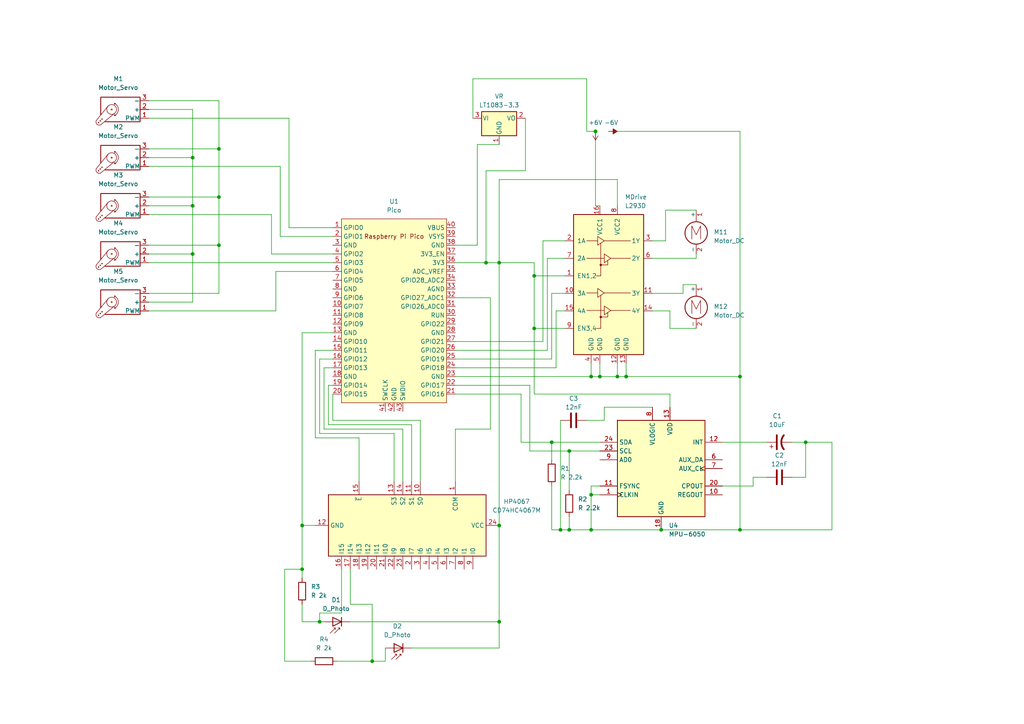
<source format=kicad_sch>
(kicad_sch (version 20230121) (generator eeschema)
  (paper "A4")
  (title_block (title "AIAB Robotics board") (company "University of Sussex") (comment 1 "By Dexter R Shepherd"))
  (lib_symbols
    (symbol "74xx:CD74HC4067M"
      (property "Reference" "U" (at -8.89 22.86 0))
      (property "Value" "CD74HC4067M" (at 1.27 22.86 0))
      (symbol "CD74HC4067M_0_1"
        (rectangle (start -8.89 21.59) (end 8.89 -24.13) (stroke (width 0.254)) (fill (type background)))
      )
      (symbol "CD74HC4067M_1_1"
        (pin passive line (at -12.7 12.7 0) (length 3.81) (name "COM") (number "1"))
        (pin input line (at -12.7 2.54 0) (length 3.81) (name "S0") (number "10"))
        (pin input line (at -12.7 0 0) (length 3.81) (name "S1") (number "11"))
        (pin power_in line (at 0 -27.94 90) (length 3.81) (name "GND") (number "12"))
        (pin input line (at -12.7 -5.08 0) (length 3.81) (name "S3") (number "13"))
        (pin input line (at -12.7 -2.54 0) (length 3.81) (name "S2") (number "14"))
        (pin input line (at -12.7 -15.24 0) (length 3.81) (name "~{E}") (number "15"))
        (pin passive line (at 12.7 -20.32 180) (length 3.81) (name "I15") (number "16"))
        (pin passive line (at 12.7 -17.78 180) (length 3.81) (name "I14") (number "17"))
        (pin passive line (at 12.7 -15.24 180) (length 3.81) (name "I13") (number "18"))
        (pin passive line (at 12.7 -12.7 180) (length 3.81) (name "I12") (number "19"))
        (pin passive line (at 12.7 0 180) (length 3.81) (name "I7") (number "2"))
        (pin passive line (at 12.7 -10.16 180) (length 3.81) (name "I11") (number "20"))
        (pin passive line (at 12.7 -7.62 180) (length 3.81) (name "I10") (number "21"))
        (pin passive line (at 12.7 -5.08 180) (length 3.81) (name "I9") (number "22"))
        (pin passive line (at 12.7 -2.54 180) (length 3.81) (name "I8") (number "23"))
        (pin power_in line (at 0 25.4 270) (length 3.81) (name "VCC") (number "24"))
        (pin passive line (at 12.7 2.54 180) (length 3.81) (name "I6") (number "3"))
        (pin passive line (at 12.7 5.08 180) (length 3.81) (name "I5") (number "4"))
        (pin passive line (at 12.7 7.62 180) (length 3.81) (name "I4") (number "5"))
        (pin passive line (at 12.7 10.16 180) (length 3.81) (name "I3") (number "6"))
        (pin passive line (at 12.7 12.7 180) (length 3.81) (name "I2") (number "7"))
        (pin passive line (at 12.7 15.24 180) (length 3.81) (name "I1") (number "8"))
        (pin passive line (at 12.7 17.78 180) (length 3.81) (name "I0") (number "9"))
      )
    )
    (symbol "Device:D_Photo" (pin_numbers hide) (pin_names hide)
      (property "Reference" "D" (at 0.508 1.778 0))
      (property "Value" "D_Photo" (at -1.016 -2.794 0))
      (symbol "D_Photo_0_1"
        (polyline (pts (xy -2.54 1.27) (xy -2.54 -1.27)) (stroke (width 0.254)))
        (polyline (pts (xy -2.032 1.778) (xy -1.524 1.778)))
        (polyline (pts (xy 0 0) (xy -2.54 0)))
        (polyline (pts (xy -0.508 3.302) (xy -2.032 1.778) (xy -2.032 2.286)))
        (polyline (pts (xy 0 -1.27) (xy 0 1.27) (xy -2.54 0) (xy 0 -1.27)) (stroke (width 0.254)))
        (polyline (pts (xy 0.762 3.302) (xy -0.762 1.778) (xy -0.762 2.286) (xy -0.762 1.778) (xy -0.254 1.778)))
      )
      (symbol "D_Photo_1_1"
        (pin passive line (at -5.08 0 0) (length 2.54) (name "K") (number "1"))
        (pin passive line (at 2.54 0 180) (length 2.54) (name "A") (number "2"))
      )
    )
    (symbol "Device:R" (pin_numbers hide) (pin_names (offset 0))
      (property "Reference" "R" (at 2.032 0 90))
      (property "Value" "R" (at 0 0 90))
      (symbol "R_0_1"
        (rectangle (start -1.016 -2.54) (end 1.016 2.54) (stroke (width 0.254)))
      )
      (symbol "R_1_1"
        (pin passive line (at 0 3.81 270) (length 1.27) (name "~") (number "1"))
        (pin passive line (at 0 -3.81 90) (length 1.27) (name "~") (number "2"))
      )
    )
    (symbol "Driver_Motor:L293D" (pin_names (offset 1.016))
      (property "Reference" "U" (at -5.08 26.035 0))
      (property "Value" "L293D" (at -5.08 24.13 0))
      (symbol "L293D_0_1"
        (rectangle (start -10.16 22.86) (end 10.16 -17.78) (stroke (width 0.254)) (fill (type background)))
        (circle (center -2.286 -6.858) (radius 0.254) (fill (type outline)))
        (circle (center -2.286 8.255) (radius 0.254) (fill (type outline)))
        (polyline (pts (xy -6.35 -4.953) (xy -1.27 -4.953)))
        (polyline (pts (xy -6.35 0.127) (xy -3.175 0.127)))
        (polyline (pts (xy -6.35 10.16) (xy -1.27 10.16)))
        (polyline (pts (xy -6.35 15.24) (xy -3.175 15.24)))
        (polyline (pts (xy -1.27 0.127) (xy 6.35 0.127)))
        (polyline (pts (xy -1.27 15.24) (xy 6.35 15.24)))
        (polyline (pts (xy 0.635 -4.953) (xy 6.35 -4.953)))
        (polyline (pts (xy 0.635 10.16) (xy 6.35 10.16)))
        (polyline (pts (xy -2.286 -6.858) (xy -0.254 -6.858) (xy -0.254 -5.588)))
        (polyline (pts (xy -2.286 -0.635) (xy -2.286 -10.16) (xy -3.556 -10.16)))
        (polyline (pts (xy -2.286 8.255) (xy -0.254 8.255) (xy -0.254 9.525)))
        (polyline (pts (xy -2.286 14.478) (xy -2.286 5.08) (xy -3.556 5.08)))
        (polyline (pts (xy -3.175 1.397) (xy -3.175 -1.143) (xy -1.27 0.127) (xy -3.175 1.397)))
        (polyline (pts (xy -3.175 16.51) (xy -3.175 13.97) (xy -1.27 15.24) (xy -3.175 16.51)))
        (polyline (pts (xy -1.27 -3.683) (xy -1.27 -6.223) (xy 0.635 -4.953) (xy -1.27 -3.683)))
        (polyline (pts (xy -1.27 11.43) (xy -1.27 8.89) (xy 0.635 10.16) (xy -1.27 11.43)))
      )
      (symbol "L293D_1_1"
        (pin input line (at -12.7 5.08 0) (length 2.54) (name "EN1,2") (number "1"))
        (pin input line (at -12.7 0 0) (length 2.54) (name "3A") (number "10"))
        (pin output line (at 12.7 0 180) (length 2.54) (name "3Y") (number "11"))
        (pin power_in line (at 2.54 -20.32 90) (length 2.54) (name "GND") (number "12"))
        (pin power_in line (at 5.08 -20.32 90) (length 2.54) (name "GND") (number "13"))
        (pin output line (at 12.7 -5.08 180) (length 2.54) (name "4Y") (number "14"))
        (pin input line (at -12.7 -5.08 0) (length 2.54) (name "4A") (number "15"))
        (pin power_in line (at -2.54 25.4 270) (length 2.54) (name "VCC1") (number "16"))
        (pin input line (at -12.7 15.24 0) (length 2.54) (name "1A") (number "2"))
        (pin output line (at 12.7 15.24 180) (length 2.54) (name "1Y") (number "3"))
        (pin power_in line (at -5.08 -20.32 90) (length 2.54) (name "GND") (number "4"))
        (pin power_in line (at -2.54 -20.32 90) (length 2.54) (name "GND") (number "5"))
        (pin output line (at 12.7 10.16 180) (length 2.54) (name "2Y") (number "6"))
        (pin input line (at -12.7 10.16 0) (length 2.54) (name "2A") (number "7"))
        (pin power_in line (at 2.54 25.4 270) (length 2.54) (name "VCC2") (number "8"))
        (pin input line (at -12.7 -10.16 0) (length 2.54) (name "EN3,4") (number "9"))
      )
    )
    (symbol "MCU_RaspberryPi_and_Boards:Pico"
      (property "Reference" "U" (at -13.97 27.94 0))
      (property "Value" "Pico" (at 0 19.05 0))
      (symbol "Pico_0_0"
        (text "Raspberry Pi Pico" (at 0 21.59 0) (effects (font (size 1.27 1.27))))
      )
      (symbol "Pico_0_1"
        (rectangle (start -15.24 26.67) (end 15.24 -26.67) (fill (type background)))
      )
      (symbol "Pico_1_1"
        (pin bidirectional line (at -17.78 24.13 0) (length 2.54) (name "GPIO0") (number "1"))
        (pin bidirectional line (at -17.78 1.27 0) (length 2.54) (name "GPIO7") (number "10"))
        (pin bidirectional line (at -17.78 -1.27 0) (length 2.54) (name "GPIO8") (number "11"))
        (pin bidirectional line (at -17.78 -3.81 0) (length 2.54) (name "GPIO9") (number "12"))
        (pin power_in line (at -17.78 -6.35 0) (length 2.54) (name "GND") (number "13"))
        (pin bidirectional line (at -17.78 -8.89 0) (length 2.54) (name "GPIO10") (number "14"))
        (pin bidirectional line (at -17.78 -11.43 0) (length 2.54) (name "GPIO11") (number "15"))
        (pin bidirectional line (at -17.78 -13.97 0) (length 2.54) (name "GPIO12") (number "16"))
        (pin bidirectional line (at -17.78 -16.51 0) (length 2.54) (name "GPIO13") (number "17"))
        (pin power_in line (at -17.78 -19.05 0) (length 2.54) (name "GND") (number "18"))
        (pin bidirectional line (at -17.78 -21.59 0) (length 2.54) (name "GPIO14") (number "19"))
        (pin bidirectional line (at -17.78 21.59 0) (length 2.54) (name "GPIO1") (number "2"))
        (pin bidirectional line (at -17.78 -24.13 0) (length 2.54) (name "GPIO15") (number "20"))
        (pin bidirectional line (at 17.78 -24.13 180) (length 2.54) (name "GPIO16") (number "21"))
        (pin bidirectional line (at 17.78 -21.59 180) (length 2.54) (name "GPIO17") (number "22"))
        (pin power_in line (at 17.78 -19.05 180) (length 2.54) (name "GND") (number "23"))
        (pin bidirectional line (at 17.78 -16.51 180) (length 2.54) (name "GPIO18") (number "24"))
        (pin bidirectional line (at 17.78 -13.97 180) (length 2.54) (name "GPIO19") (number "25"))
        (pin bidirectional line (at 17.78 -11.43 180) (length 2.54) (name "GPIO20") (number "26"))
        (pin bidirectional line (at 17.78 -8.89 180) (length 2.54) (name "GPIO21") (number "27"))
        (pin power_in line (at 17.78 -6.35 180) (length 2.54) (name "GND") (number "28"))
        (pin bidirectional line (at 17.78 -3.81 180) (length 2.54) (name "GPIO22") (number "29"))
        (pin power_in line (at -17.78 19.05 0) (length 2.54) (name "GND") (number "3"))
        (pin input line (at 17.78 -1.27 180) (length 2.54) (name "RUN") (number "30"))
        (pin bidirectional line (at 17.78 1.27 180) (length 2.54) (name "GPIO26_ADC0") (number "31"))
        (pin bidirectional line (at 17.78 3.81 180) (length 2.54) (name "GPIO27_ADC1") (number "32"))
        (pin power_in line (at 17.78 6.35 180) (length 2.54) (name "AGND") (number "33"))
        (pin bidirectional line (at 17.78 8.89 180) (length 2.54) (name "GPIO28_ADC2") (number "34"))
        (pin power_in line (at 17.78 11.43 180) (length 2.54) (name "ADC_VREF") (number "35"))
        (pin power_in line (at 17.78 13.97 180) (length 2.54) (name "3V3") (number "36"))
        (pin input line (at 17.78 16.51 180) (length 2.54) (name "3V3_EN") (number "37"))
        (pin bidirectional line (at 17.78 19.05 180) (length 2.54) (name "GND") (number "38"))
        (pin power_in line (at 17.78 21.59 180) (length 2.54) (name "VSYS") (number "39"))
        (pin bidirectional line (at -17.78 16.51 0) (length 2.54) (name "GPIO2") (number "4"))
        (pin power_in line (at 17.78 24.13 180) (length 2.54) (name "VBUS") (number "40"))
        (pin input line (at -2.54 -29.21 90) (length 2.54) (name "SWCLK") (number "41"))
        (pin power_in line (at 0 -29.21 90) (length 2.54) (name "GND") (number "42"))
        (pin bidirectional line (at 2.54 -29.21 90) (length 2.54) (name "SWDIO") (number "43"))
        (pin bidirectional line (at -17.78 13.97 0) (length 2.54) (name "GPIO3") (number "5"))
        (pin bidirectional line (at -17.78 11.43 0) (length 2.54) (name "GPIO4") (number "6"))
        (pin bidirectional line (at -17.78 8.89 0) (length 2.54) (name "GPIO5") (number "7"))
        (pin power_in line (at -17.78 6.35 0) (length 2.54) (name "GND") (number "8"))
        (pin bidirectional line (at -17.78 3.81 0) (length 2.54) (name "GPIO6") (number "9"))
      )
    )
    (symbol "Motor:Motor_DC" (pin_names (offset 0))
      (property "Reference" "M" (at 2.54 2.54 0))
      (property "Value" "Motor_DC" (at 2.54 -5.08 0))
      (symbol "Motor_DC_0_0"
        (polyline (pts (xy -1.27 -3.302) (xy -1.27 0.508) (xy 0 -2.032) (xy 1.27 0.508) (xy 1.27 -3.302)))
      )
      (symbol "Motor_DC_0_1"
        (circle (center 0 -1.524) (radius 3.2512) (stroke (width 0.254)))
        (polyline (pts (xy 0 -7.62) (xy 0 -7.112)))
        (polyline (pts (xy 0 -4.7752) (xy 0 -5.1816)))
        (polyline (pts (xy 0 1.7272) (xy 0 2.0828)))
        (polyline (pts (xy 0 2.032) (xy 0 2.54)))
      )
      (symbol "Motor_DC_1_1"
        (pin passive line (at 0 5.08 270) (length 2.54) (name "+") (number "1"))
        (pin passive line (at 0 -7.62 90) (length 2.54) (name "-") (number "2"))
      )
    )
    (symbol "Motor:Motor_Servo" (pin_names (offset 0.0254))
      (property "Reference" "M" (at -5.08 4.445 0))
      (property "Value" "Motor_Servo" (at -5.08 -4.064 0))
      (symbol "Motor_Servo_0_1"
        (polyline (pts (xy 2.413 -1.778) (xy 2.032 -1.778)))
        (polyline (pts (xy 2.413 -1.778) (xy 2.286 -1.397)))
        (polyline (pts (xy 2.413 1.778) (xy 1.905 1.778)))
        (polyline (pts (xy 2.413 1.778) (xy 2.286 1.397)))
        (polyline (pts (xy 6.35 4.445) (xy 2.54 1.27)))
        (polyline (pts (xy 7.62 3.175) (xy 4.191 -1.016)))
        (polyline (pts (xy 5.08 3.556) (xy -5.08 3.556) (xy -5.08 -3.556) (xy 6.35 -3.556) (xy 6.35 1.524)) (stroke (width 0.254)))
        (arc (start 2.413 1.778) (mid 1.2406 0) (end 2.413 -1.778))
        (circle (center 3.175 0) (radius 0.1778))
        (circle (center 3.175 0) (radius 1.4224))
        (circle (center 5.969 2.794) (radius 0.127))
        (circle (center 6.477 3.302) (radius 0.127))
        (circle (center 6.985 3.81) (radius 0.127))
        (arc (start 7.62 3.175) (mid 7.4485 4.2735) (end 6.35 4.445))
      )
      (symbol "Motor_Servo_1_1"
        (pin passive line (at -7.62 2.54 0) (length 2.54) (name "PWM") (number "1"))
        (pin passive line (at -7.62 0 0) (length 2.54) (name "+") (number "2"))
        (pin passive line (at -7.62 -2.54 0) (length 2.54) (name "-") (number "3"))
      )
    )
    (symbol "PCM_Capacitor_AKL:C_1806" (pin_numbers hide) (pin_names (offset 0.254))
      (property "Reference" "C" (at 0.635 2.54 0))
      (property "Value" "C_1806" (at 0.635 -2.54 0))
      (symbol "C_1806_0_1"
        (polyline (pts (xy -2.032 -0.762) (xy 2.032 -0.762)) (stroke (width 0.508)))
        (polyline (pts (xy -2.032 0.762) (xy 2.032 0.762)) (stroke (width 0.508)))
      )
      (symbol "C_1806_1_1"
        (pin passive line (at 0 3.81 270) (length 2.794) (name "~") (number "1"))
        (pin passive line (at 0 -3.81 90) (length 2.794) (name "~") (number "2"))
      )
    )
    (symbol "PCM_Capacitor_US_AKL:CP_Axial_L11.0mm_D8.0mm_P15.00mm" (pin_numbers hide) (pin_names (offset 0.254))
      (property "Reference" "C" (at 0.635 2.54 0))
      (property "Value" "CP_Axial_L11.0mm_D8.0mm_P15.00mm" (at 0.635 -2.54 0))
      (symbol "CP_Axial_L11.0mm_D8.0mm_P15.00mm_0_1"
        (polyline (pts (xy -2.032 0.762) (xy 2.032 0.762)) (stroke (width 0.508)))
        (polyline (pts (xy -1.778 2.286) (xy -0.762 2.286)))
        (polyline (pts (xy -1.27 1.778) (xy -1.27 2.794)))
        (arc (start 2.032 -1.27) (mid 0 -0.5572) (end -2.032 -1.27) (stroke (width 0.508)))
      )
      (symbol "CP_Axial_L11.0mm_D8.0mm_P15.00mm_1_1"
        (pin passive line (at 0 3.81 270) (length 2.794) (name "~") (number "1"))
        (pin passive line (at 0 -3.81 90) (length 3.302) (name "~") (number "2"))
      )
    )
    (symbol "Regulator_Linear:LT1083-3.3" (pin_names (offset 0.254))
      (property "Reference" "U" (at -3.81 3.175 0))
      (property "Value" "LT1083-3.3" (at 0 3.175 0))
      (symbol "LT1083-3.3_0_1"
        (rectangle (start -5.08 1.905) (end 5.08 -5.08) (stroke (width 0.254)) (fill (type background)))
      )
      (symbol "LT1083-3.3_1_1"
        (pin power_in line (at 0 -7.62 90) (length 2.54) (name "GND") (number "1"))
        (pin power_out line (at 7.62 0 180) (length 2.54) (name "VO") (number "2"))
        (pin power_in line (at -7.62 0 0) (length 2.54) (name "VI") (number "3"))
      )
    )
    (symbol "Sensor_Motion:MPU-6050"
      (property "Reference" "U" (at -11.43 13.97 0))
      (property "Value" "MPU-6050" (at 7.62 -15.24 0))
      (symbol "MPU-6050_0_0"
        (text "" (at 12.7 -2.54 0) (effects (font (size 1.27 1.27))))
      )
      (symbol "MPU-6050_0_1"
        (rectangle (start -12.7 13.97) (end 12.7 -13.97) (stroke (width 0.254)) (fill (type background)))
      )
      (symbol "MPU-6050_1_1"
        (pin input clock (at -17.78 -7.62 0) (length 5.08) (name "CLKIN") (number "1"))
        (pin passive line (at 17.78 -7.62 180) (length 5.08) (name "REGOUT") (number "10"))
        (pin input line (at -17.78 -5.08 0) (length 5.08) (name "FSYNC") (number "11"))
        (pin output line (at 17.78 7.62 180) (length 5.08) (name "INT") (number "12"))
        (pin power_in line (at 2.54 17.78 270) (length 3.81) (name "VDD") (number "13"))
        (pin no_connect line (at -12.7 -10.16 0) (length 2.54) hide (name "NC") (number "14"))
        (pin no_connect line (at 12.7 12.7 180) (length 2.54) hide (name "NC") (number "15"))
        (pin no_connect line (at 12.7 10.16 180) (length 2.54) hide (name "NC") (number "16"))
        (pin no_connect line (at 12.7 5.08 180) (length 2.54) hide (name "NC") (number "17"))
        (pin power_in line (at 0 -17.78 90) (length 3.81) (name "GND") (number "18"))
        (pin no_connect line (at 12.7 -10.16 180) (length 2.54) hide (name "RESV") (number "19"))
        (pin no_connect line (at -12.7 12.7 0) (length 2.54) hide (name "NC") (number "2"))
        (pin passive line (at 17.78 -5.08 180) (length 5.08) (name "CPOUT") (number "20"))
        (pin no_connect line (at 12.7 -2.54 180) (length 2.54) hide (name "RESV") (number "21"))
        (pin no_connect line (at 12.7 -12.7 180) (length 2.54) hide (name "RESV") (number "22"))
        (pin input line (at -17.78 5.08 0) (length 5.08) (name "SCL") (number "23"))
        (pin bidirectional line (at -17.78 7.62 0) (length 5.08) (name "SDA") (number "24"))
        (pin no_connect line (at -12.7 10.16 0) (length 2.54) hide (name "NC") (number "3"))
        (pin no_connect line (at -12.7 0 0) (length 2.54) hide (name "NC") (number "4"))
        (pin no_connect line (at -12.7 -2.54 0) (length 2.54) hide (name "NC") (number "5"))
        (pin bidirectional line (at 17.78 2.54 180) (length 5.08) (name "AUX_DA") (number "6"))
        (pin output clock (at 17.78 0 180) (length 5.08) (name "AUX_CL") (number "7"))
        (pin power_in line (at -2.54 17.78 270) (length 3.81) (name "VLOGIC") (number "8"))
        (pin input line (at -17.78 2.54 0) (length 5.08) (name "AD0") (number "9"))
      )
    )
    (symbol "power:+6V" (power) (pin_names (offset 0))
      (property "Value" "+6V" (at 0 3.556 0))
      (symbol "+6V_0_1"
        (polyline (pts (xy -0.762 1.27) (xy 0 2.54)))
        (polyline (pts (xy 0 0) (xy 0 2.54)))
        (polyline (pts (xy 0 2.54) (xy 0.762 1.27)))
      )
      (symbol "+6V_1_1"
        (pin power_in line (at 0 0 90) (length 0) hide (name "+6V") (number "1"))
      )
    )
    (symbol "power:-6V" (power) (pin_names (offset 0))
      (property "Value" "-6V" (at 0 3.81 0))
      (symbol "-6V_0_0"
        (pin power_in line (at 0 0 90) (length 0) hide (name "-6V") (number "1"))
      )
      (symbol "-6V_0_1"
        (polyline (pts (xy 0 0) (xy 0 1.27) (xy 0.762 1.27) (xy 0 2.54) (xy -0.762 1.27) (xy 0 1.27)) (fill (type outline)))
      )
    )
  )
  (junction (at 87.63 152.4))
  (junction (at 107.95 191.77))
  (junction (at 181.61 109.22))
  (junction (at 179.07 109.22))
  (junction (at 171.45 153.67))
  (junction (at 172.72 38.1))
  (junction (at 233.68 128.27))
  (junction (at 140.97 76.2))
  (junction (at 214.63 109.22))
  (junction (at 144.78 180.34))
  (junction (at 154.94 80.01))
  (junction (at 63.5 43.18))
  (junction (at 171.45 109.22))
  (junction (at 214.63 153.67))
  (junction (at 55.88 59.69))
  (junction (at 87.63 165.1))
  (junction (at 160.02 128.27))
  (junction (at 55.88 73.66))
  (junction (at 162.56 153.67))
  (junction (at 165.1 153.67))
  (junction (at 144.78 76.2))
  (junction (at 92.71 180.34))
  (junction (at 173.99 109.22))
  (junction (at 63.5 71.12))
  (junction (at 165.1 130.81))
  (junction (at 171.45 143.51))
  (junction (at 154.94 95.25))
  (junction (at 191.77 153.67))
  (junction (at 144.78 152.4))
  (junction (at 63.5 57.15))
  (junction (at 55.88 45.72))
  (wire (pts (xy 144.78 187.96) (xy 144.78 180.34)))
  (wire (pts (xy 55.88 31.75) (xy 55.88 45.72)))
  (wire (pts (xy 153.67 130.81) (xy 153.67 111.76)))
  (wire (pts (xy 63.5 57.15) (xy 63.5 43.18)))
  (wire (pts (xy 163.83 80.01) (xy 154.94 80.01)))
  (wire (pts (xy 80.01 78.74) (xy 80.01 90.17)))
  (wire (pts (xy 87.63 175.26) (xy 87.63 180.34)))
  (wire (pts (xy 194.31 114.3) (xy 154.94 114.3)))
  (wire (pts (xy 132.08 101.6) (xy 158.75 101.6)))
  (wire (pts (xy 171.45 143.51) (xy 173.99 143.51)))
  (wire (pts (xy 90.17 191.77) (xy 82.55 191.77)))
  (wire (pts (xy 229.87 128.27) (xy 233.68 128.27)))
  (wire (pts (xy 152.4 49.53) (xy 140.97 49.53)))
  (wire (pts (xy 83.82 34.29) (xy 83.82 66.04)))
  (wire (pts (xy 121.92 121.92) (xy 96.52 121.92)))
  (wire (pts (xy 154.94 80.01) (xy 154.94 95.25)))
  (wire (pts (xy 63.5 29.21) (xy 63.5 43.18)))
  (wire (pts (xy 173.99 140.97) (xy 171.45 140.97)))
  (wire (pts (xy 160.02 128.27) (xy 160.02 133.35)))
  (wire (pts (xy 82.55 191.77) (xy 82.55 165.1)))
  (wire (pts (xy 214.63 38.1) (xy 214.63 109.22)))
  (wire (pts (xy 63.5 85.09) (xy 63.5 71.12)))
  (wire (pts (xy 170.18 121.92) (xy 175.26 121.92)))
  (wire (pts (xy 138.43 71.12) (xy 132.08 71.12)))
  (wire (pts (xy 229.87 138.43) (xy 233.68 138.43)))
  (wire (pts (xy 175.26 121.92) (xy 175.26 118.11)))
  (wire (pts (xy 171.45 105.41) (xy 171.45 109.22)))
  (wire (pts (xy 218.44 140.97) (xy 209.55 140.97)))
  (wire (pts (xy 162.56 121.92) (xy 162.56 153.67)))
  (wire (pts (xy 137.16 34.29) (xy 137.16 22.86)))
  (wire (pts (xy 132.08 114.3) (xy 151.13 114.3)))
  (wire (pts (xy 173.99 109.22) (xy 173.99 105.41)))
  (wire (pts (xy 170.18 38.1) (xy 172.72 38.1)))
  (wire (pts (xy 171.45 140.97) (xy 171.45 143.51)))
  (wire (pts (xy 87.63 152.4) (xy 87.63 165.1)))
  (wire (pts (xy 201.93 74.93) (xy 201.93 73.66)))
  (wire (pts (xy 95.25 111.76) (xy 96.52 111.76)))
  (wire (pts (xy 172.72 38.1) (xy 172.72 59.69)))
  (wire (pts (xy 214.63 109.22) (xy 214.63 153.67)))
  (wire (pts (xy 142.24 86.36) (xy 132.08 86.36)))
  (wire (pts (xy 114.3 139.7) (xy 114.3 125.73)))
  (wire (pts (xy 95.25 123.19) (xy 95.25 111.76)))
  (wire (pts (xy 63.5 43.18) (xy 43.18 43.18)))
  (wire (pts (xy 99.06 165.1) (xy 99.06 177.8)))
  (wire (pts (xy 43.18 76.2) (xy 96.52 76.2)))
  (wire (pts (xy 194.31 118.11) (xy 194.31 114.3)))
  (wire (pts (xy 101.6 165.1) (xy 101.6 175.26)))
  (wire (pts (xy 43.18 45.72) (xy 55.88 45.72)))
  (wire (pts (xy 81.28 68.58) (xy 81.28 48.26)))
  (wire (pts (xy 140.97 49.53) (xy 140.97 76.2)))
  (wire (pts (xy 97.79 191.77) (xy 107.95 191.77)))
  (wire (pts (xy 241.3 128.27) (xy 241.3 153.67)))
  (wire (pts (xy 80.01 90.17) (xy 43.18 90.17)))
  (wire (pts (xy 198.12 85.09) (xy 198.12 82.55)))
  (wire (pts (xy 137.16 22.86) (xy 170.18 22.86)))
  (wire (pts (xy 116.84 124.46) (xy 93.98 124.46)))
  (wire (pts (xy 132.08 76.2) (xy 140.97 76.2)))
  (wire (pts (xy 165.1 153.67) (xy 171.45 153.67)))
  (wire (pts (xy 101.6 180.34) (xy 144.78 180.34)))
  (wire (pts (xy 173.99 109.22) (xy 179.07 109.22)))
  (wire (pts (xy 144.78 180.34) (xy 144.78 152.4)))
  (wire (pts (xy 241.3 153.67) (xy 214.63 153.67)))
  (wire (pts (xy 144.78 41.91) (xy 138.43 41.91)))
  (wire (pts (xy 92.71 125.73) (xy 92.71 104.14)))
  (wire (pts (xy 157.48 99.06) (xy 157.48 69.85)))
  (wire (pts (xy 189.23 85.09) (xy 198.12 85.09)))
  (wire (pts (xy 114.3 125.73) (xy 92.71 125.73)))
  (wire (pts (xy 154.94 76.2) (xy 154.94 80.01)))
  (wire (pts (xy 104.14 127) (xy 91.44 127)))
  (wire (pts (xy 55.88 59.69) (xy 55.88 73.66)))
  (wire (pts (xy 161.29 90.17) (xy 161.29 106.68)))
  (wire (pts (xy 160.02 104.14) (xy 160.02 85.09)))
  (wire (pts (xy 233.68 128.27) (xy 241.3 128.27)))
  (wire (pts (xy 179.07 105.41) (xy 179.07 109.22)))
  (wire (pts (xy 189.23 74.93) (xy 201.93 74.93)))
  (wire (pts (xy 92.71 104.14) (xy 96.52 104.14)))
  (wire (pts (xy 111.76 191.77) (xy 111.76 187.96)))
  (wire (pts (xy 154.94 95.25) (xy 154.94 114.3)))
  (wire (pts (xy 121.92 139.7) (xy 121.92 121.92)))
  (wire (pts (xy 142.24 124.46) (xy 142.24 86.36)))
  (wire (pts (xy 63.5 71.12) (xy 63.5 57.15)))
  (wire (pts (xy 157.48 69.85) (xy 163.83 69.85)))
  (wire (pts (xy 43.18 57.15) (xy 63.5 57.15)))
  (wire (pts (xy 43.18 87.63) (xy 55.88 87.63)))
  (wire (pts (xy 151.13 128.27) (xy 151.13 114.3)))
  (wire (pts (xy 104.14 139.7) (xy 104.14 127)))
  (wire (pts (xy 93.98 124.46) (xy 93.98 106.68)))
  (wire (pts (xy 198.12 82.55) (xy 201.93 82.55)))
  (wire (pts (xy 171.45 143.51) (xy 171.45 153.67)))
  (wire (pts (xy 107.95 191.77) (xy 111.76 191.77)))
  (wire (pts (xy 179.07 59.69) (xy 179.07 52.07)))
  (wire (pts (xy 153.67 111.76) (xy 132.08 111.76)))
  (wire (pts (xy 116.84 139.7) (xy 116.84 124.46)))
  (wire (pts (xy 43.18 71.12) (xy 63.5 71.12)))
  (wire (pts (xy 96.52 96.52) (xy 87.63 96.52)))
  (wire (pts (xy 162.56 153.67) (xy 165.1 153.67)))
  (wire (pts (xy 173.99 130.81) (xy 165.1 130.81)))
  (wire (pts (xy 87.63 165.1) (xy 87.63 167.64)))
  (wire (pts (xy 101.6 175.26) (xy 107.95 175.26)))
  (wire (pts (xy 93.98 106.68) (xy 96.52 106.68)))
  (wire (pts (xy 43.18 48.26) (xy 81.28 48.26)))
  (wire (pts (xy 171.45 153.67) (xy 191.77 153.67)))
  (wire (pts (xy 138.43 41.91) (xy 138.43 71.12)))
  (wire (pts (xy 43.18 34.29) (xy 83.82 34.29)))
  (wire (pts (xy 173.99 128.27) (xy 160.02 128.27)))
  (wire (pts (xy 132.08 106.68) (xy 161.29 106.68)))
  (wire (pts (xy 132.08 124.46) (xy 142.24 124.46)))
  (wire (pts (xy 176.53 38.1) (xy 214.63 38.1)))
  (wire (pts (xy 158.75 74.93) (xy 158.75 101.6)))
  (wire (pts (xy 119.38 187.96) (xy 144.78 187.96)))
  (wire (pts (xy 92.71 180.34) (xy 93.98 180.34)))
  (wire (pts (xy 132.08 109.22) (xy 171.45 109.22)))
  (wire (pts (xy 193.04 69.85) (xy 193.04 60.96)))
  (wire (pts (xy 96.52 73.66) (xy 78.74 73.66)))
  (wire (pts (xy 163.83 90.17) (xy 161.29 90.17)))
  (wire (pts (xy 163.83 74.93) (xy 158.75 74.93)))
  (wire (pts (xy 172.72 59.69) (xy 173.99 59.69)))
  (wire (pts (xy 160.02 128.27) (xy 151.13 128.27)))
  (wire (pts (xy 119.38 139.7) (xy 119.38 123.19)))
  (wire (pts (xy 82.55 165.1) (xy 87.63 165.1)))
  (wire (pts (xy 96.52 68.58) (xy 81.28 68.58)))
  (wire (pts (xy 132.08 139.7) (xy 132.08 124.46)))
  (wire (pts (xy 218.44 138.43) (xy 218.44 140.97)))
  (wire (pts (xy 160.02 153.67) (xy 162.56 153.67)))
  (wire (pts (xy 132.08 104.14) (xy 160.02 104.14)))
  (wire (pts (xy 43.18 85.09) (xy 63.5 85.09)))
  (wire (pts (xy 179.07 52.07) (xy 144.78 52.07)))
  (wire (pts (xy 43.18 59.69) (xy 55.88 59.69)))
  (wire (pts (xy 193.04 60.96) (xy 201.93 60.96)))
  (wire (pts (xy 171.45 109.22) (xy 173.99 109.22)))
  (wire (pts (xy 87.63 96.52) (xy 87.63 152.4)))
  (wire (pts (xy 160.02 140.97) (xy 160.02 153.67)))
  (wire (pts (xy 140.97 76.2) (xy 144.78 76.2)))
  (wire (pts (xy 144.78 52.07) (xy 144.78 76.2)))
  (wire (pts (xy 43.18 73.66) (xy 55.88 73.66)))
  (wire (pts (xy 175.26 118.11) (xy 189.23 118.11)))
  (wire (pts (xy 43.18 29.21) (xy 63.5 29.21)))
  (wire (pts (xy 132.08 99.06) (xy 157.48 99.06)))
  (wire (pts (xy 96.52 114.3) (xy 96.52 121.92)))
  (wire (pts (xy 170.18 22.86) (xy 170.18 38.1)))
  (wire (pts (xy 87.63 180.34) (xy 92.71 180.34)))
  (wire (pts (xy 165.1 130.81) (xy 153.67 130.81)))
  (wire (pts (xy 96.52 78.74) (xy 80.01 78.74)))
  (wire (pts (xy 189.23 90.17) (xy 194.31 90.17)))
  (wire (pts (xy 222.25 138.43) (xy 218.44 138.43)))
  (wire (pts (xy 43.18 62.23) (xy 78.74 62.23)))
  (wire (pts (xy 209.55 128.27) (xy 222.25 128.27)))
  (wire (pts (xy 43.18 31.75) (xy 55.88 31.75)))
  (wire (pts (xy 107.95 175.26) (xy 107.95 191.77)))
  (wire (pts (xy 144.78 152.4) (xy 144.78 76.2)))
  (wire (pts (xy 233.68 138.43) (xy 233.68 128.27)))
  (wire (pts (xy 91.44 127) (xy 91.44 101.6)))
  (wire (pts (xy 179.07 109.22) (xy 181.61 109.22)))
  (wire (pts (xy 154.94 76.2) (xy 144.78 76.2)))
  (wire (pts (xy 194.31 95.25) (xy 201.93 95.25)))
  (wire (pts (xy 55.88 73.66) (xy 55.88 87.63)))
  (wire (pts (xy 92.71 177.8) (xy 92.71 180.34)))
  (wire (pts (xy 165.1 130.81) (xy 165.1 142.24)))
  (wire (pts (xy 165.1 149.86) (xy 165.1 153.67)))
  (wire (pts (xy 160.02 85.09) (xy 163.83 85.09)))
  (wire (pts (xy 154.94 95.25) (xy 163.83 95.25)))
  (wire (pts (xy 78.74 73.66) (xy 78.74 62.23)))
  (wire (pts (xy 55.88 45.72) (xy 55.88 59.69)))
  (wire (pts (xy 91.44 101.6) (xy 96.52 101.6)))
  (wire (pts (xy 152.4 34.29) (xy 152.4 49.53)))
  (wire (pts (xy 87.63 152.4) (xy 91.44 152.4)))
  (wire (pts (xy 181.61 109.22) (xy 214.63 109.22)))
  (wire (pts (xy 194.31 90.17) (xy 194.31 95.25)))
  (wire (pts (xy 189.23 69.85) (xy 193.04 69.85)))
  (wire (pts (xy 83.82 66.04) (xy 96.52 66.04)))
  (wire (pts (xy 99.06 177.8) (xy 92.71 177.8)))
  (wire (pts (xy 119.38 123.19) (xy 95.25 123.19)))
  (wire (pts (xy 191.77 153.67) (xy 214.63 153.67)))
  (wire (pts (xy 181.61 105.41) (xy 181.61 109.22)))
  (symbol (lib_id "Device:R") (at 165.1 146.05 0) (unit 1)
    (property "Reference" "R2" (at 167.64 144.78 0) (effects (justify left)))
    (property "Value" "R 2.2k" (at 167.64 147.32 0) (effects (justify left)))
  )
  (symbol (lib_id "Regulator_Linear:LT1083-3.3") (at 144.78 34.29 0) (unit 1)
    (property "Reference" "VR" (at 144.78 27.94 0))
    (property "Value" "LT1083-3.3" (at 144.78 30.48 0))
    (property "Datasheet" "https://www.analog.com/media/en/technical-documentation/data-sheets/1083ffe.pdf" (effects hide))
  )
  (symbol (lib_id "Device:R") (at 87.63 171.45 0) (unit 1)
    (property "Reference" "R3" (at 90.17 170.18 0) (effects (justify left)))
    (property "Value" "R 2k" (at 90.17 172.72 0) (effects (justify left)))
  )
  (symbol (lib_id "Motor:Motor_DC") (at 201.93 87.63 0) (unit 1)
    (property "Reference" "M12" (at 207.01 88.9 0) (effects (justify left)))
    (property "Value" "Motor_DC" (at 207.01 91.44 0) (effects (justify left)))
  )
  (symbol (lib_id "Motor:Motor_Servo") (at 35.56 59.69 180) (unit 1)
    (property "Reference" "M3" (at 34.3011 50.8 0))
    (property "Value" "Motor_Servo" (at 34.3011 53.34 0))
    (property "Datasheet" "http://forums.parallax.com/uploads/attachments/46831/74481.png" (effects hide))
  )
  (symbol (lib_id "Sensor_Motion:MPU-6050") (at 191.77 135.89 0) (unit 1)
    (property "Reference" "U4" (at 193.9641 152.4 0) (effects (justify left)))
    (property "Value" "MPU-6050" (at 193.9641 154.94 0) (effects (justify left)))
    (property "Footprint" "Sensor_Motion:InvenSense_QFN-24_4x4mm_P0.5mm" (effects hide))
    (property "Datasheet" "https://invensense.tdk.com/wp-content/uploads/2015/02/MPU-6000-Datasheet1.pdf" (effects hide))
  )
  (symbol (lib_id "power:+6V") (at 172.72 38.1 180) (unit 1)
    (property "Reference" "#PWR01" (effects hide))
    (property "Value" "+6V" (at 172.72 35.56 0))
  )
  (symbol (lib_id "Device:D_Photo") (at 114.3 187.96 180) (unit 1)
    (property "Reference" "D2" (at 115.2525 181.61 0))
    (property "Value" "D_Photo" (at 115.2525 184.15 0))
  )
  (symbol (lib_id "Motor:Motor_Servo") (at 35.56 31.75 180) (unit 1)
    (property "Reference" "M1" (at 34.3011 22.86 0))
    (property "Value" "Motor_Servo" (at 34.3011 25.4 0))
    (property "Datasheet" "http://forums.parallax.com/uploads/attachments/46831/74481.png" (effects hide))
  )
  (symbol (lib_id "Driver_Motor:L293D") (at 176.53 85.09 0) (unit 1)
    (property "Reference" "MDrive" (at 181.2641 57.15 0) (effects (justify left)))
    (property "Value" "L293D" (at 181.2641 59.69 0) (effects (justify left)))
    (property "Footprint" "Package_DIP:DIP-16_W7.62mm" (effects hide))
    (property "Datasheet" "http://www.ti.com/lit/ds/symlink/l293.pdf" (effects hide))
  )
  (symbol (lib_id "Motor:Motor_Servo") (at 35.56 87.63 180) (unit 1)
    (property "Reference" "M5" (at 34.3011 78.74 0))
    (property "Value" "Motor_Servo" (at 34.3011 81.28 0))
    (property "Datasheet" "http://forums.parallax.com/uploads/attachments/46831/74481.png" (effects hide))
  )
  (symbol (lib_id "Motor:Motor_DC") (at 201.93 66.04 0) (unit 1)
    (property "Reference" "M11" (at 207.01 67.31 0) (effects (justify left)))
    (property "Value" "Motor_DC" (at 207.01 69.85 0) (effects (justify left)))
  )
  (symbol (lib_id "PCM_Capacitor_AKL:C_1806") (at 166.37 121.92 90) (unit 1)
    (property "Reference" "C3" (at 166.37 115.57 90))
    (property "Value" "12nF" (at 166.37 118.11 90))
    (property "Footprint" "Capacitor_SMD_AKL:C_1806_4516Metric" (effects hide))
  )
  (symbol (lib_id "MCU_RaspberryPi_and_Boards:Pico") (at 114.3 90.17 0) (unit 1)
    (property "Reference" "U1" (at 114.3 58.42 0))
    (property "Value" "Pico" (at 114.3 60.96 0))
    (property "Footprint" "RPi_Pico:RPi_Pico_SMD_TH" (effects hide))
  )
  (symbol (lib_id "Device:R") (at 160.02 137.16 0) (unit 1)
    (property "Reference" "R1" (at 162.56 135.89 0) (effects (justify left)))
    (property "Value" "R 2.2k" (at 162.56 138.43 0) (effects (justify left)))
  )
  (symbol (lib_id "power:-6V") (at 176.53 38.1 270) (unit 1)
    (property "Reference" "#PWR02" (effects hide))
    (property "Value" "-6V" (at 175.26 35.56 90) (effects (justify left)))
  )
  (symbol (lib_id "Device:R") (at 93.98 191.77 90) (unit 1)
    (property "Reference" "R4" (at 93.98 185.42 90))
    (property "Value" "R 2k" (at 93.98 187.96 90))
  )
  (symbol (lib_id "Device:D_Photo") (at 96.52 180.34 180) (unit 1)
    (property "Reference" "D1" (at 97.4725 173.99 0))
    (property "Value" "D_Photo" (at 97.4725 176.53 0))
  )
  (symbol (lib_id "Motor:Motor_Servo") (at 35.56 73.66 180) (unit 1)
    (property "Reference" "M4" (at 34.3011 64.77 0))
    (property "Value" "Motor_Servo" (at 34.3011 67.31 0))
    (property "Datasheet" "http://forums.parallax.com/uploads/attachments/46831/74481.png" (effects hide))
  )
  (symbol (lib_id "Motor:Motor_Servo") (at 35.56 45.72 180) (unit 1)
    (property "Reference" "M2" (at 34.3011 36.83 0))
    (property "Value" "Motor_Servo" (at 34.3011 39.37 0))
    (property "Datasheet" "http://forums.parallax.com/uploads/attachments/46831/74481.png" (effects hide))
  )
  (symbol (lib_id "74xx:CD74HC4067M") (at 119.38 152.4 270) (unit 1)
    (property "Reference" "HP4067" (at 149.86 145.4719 90))
    (property "Value" "CD74HC4067M" (at 149.86 148.0119 90))
    (property "Footprint" "Package_SO:SOIC-24W_7.5x15.4mm_P1.27mm" (effects hide))
    (property "Datasheet" "http://www.ti.com/lit/ds/symlink/cd74hc4067.pdf" (effects hide))
  )
  (symbol (lib_id "PCM_Capacitor_AKL:C_1806") (at 226.06 138.43 90) (unit 1)
    (property "Reference" "C2" (at 226.06 132.08 90))
    (property "Value" "12nF" (at 226.06 134.62 90))
    (property "Footprint" "Capacitor_SMD_AKL:C_1806_4516Metric" (effects hide))
  )
  (symbol (lib_id "PCM_Capacitor_US_AKL:CP_Axial_L11.0mm_D8.0mm_P15.00mm") (at 226.06 128.27 90) (unit 1)
    (property "Reference" "C1" (at 225.425 120.65 90))
    (property "Value" "10uF" (at 225.425 123.19 90))
    (property "Footprint" "Capacitor_THT_US_AKL:CP_Axial_L11.0mm_D8.0mm_P15.00mm_Horizontal" (effects hide))
  )
)
</source>
